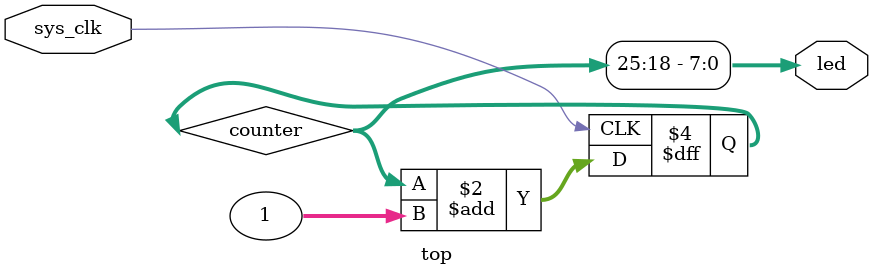
<source format=v>
/*
 * @author: dwclake
 */

module top (
    input sys_clk,
    output [7:0] led
);

    reg [31:0] counter = 32'b0;

    assign led = counter[25:18];

    always @ (posedge sys_clk) begin
        counter <= counter + 1;
    end

endmodule

</source>
